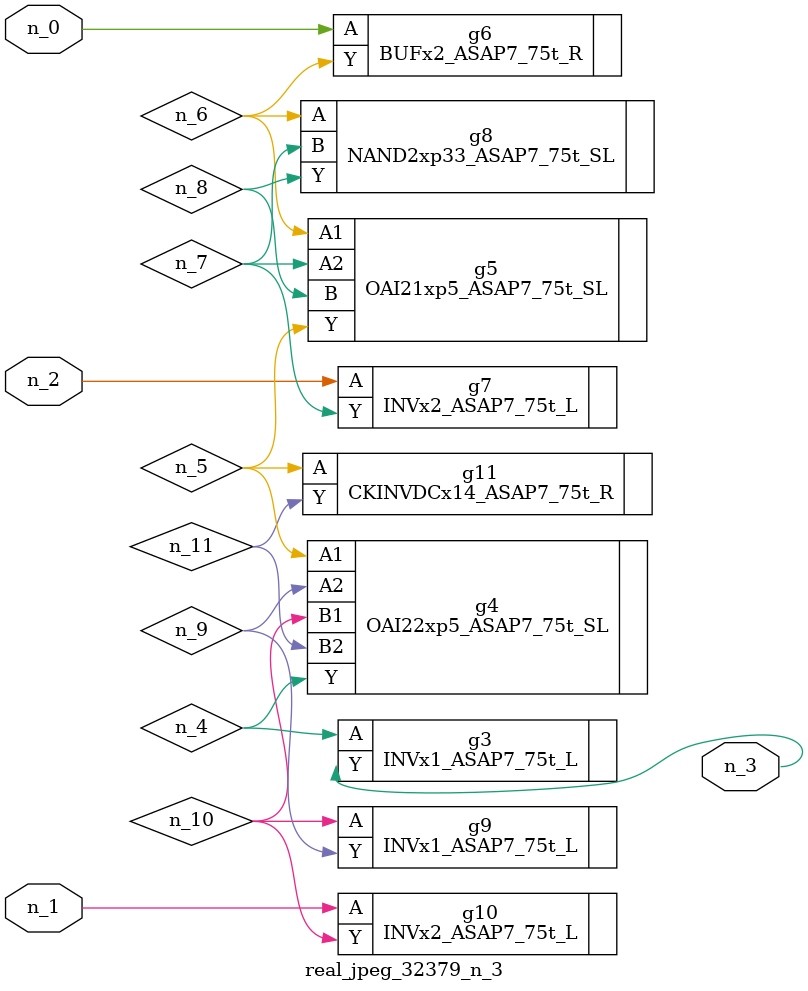
<source format=v>
module real_jpeg_32379_n_3 (n_1, n_0, n_2, n_3);

input n_1;
input n_0;
input n_2;

output n_3;

wire n_5;
wire n_4;
wire n_8;
wire n_11;
wire n_6;
wire n_7;
wire n_10;
wire n_9;

BUFx2_ASAP7_75t_R g6 ( 
.A(n_0),
.Y(n_6)
);

INVx2_ASAP7_75t_L g10 ( 
.A(n_1),
.Y(n_10)
);

INVx2_ASAP7_75t_L g7 ( 
.A(n_2),
.Y(n_7)
);

INVx1_ASAP7_75t_L g3 ( 
.A(n_4),
.Y(n_3)
);

OAI22xp5_ASAP7_75t_SL g4 ( 
.A1(n_5),
.A2(n_9),
.B1(n_10),
.B2(n_11),
.Y(n_4)
);

CKINVDCx14_ASAP7_75t_R g11 ( 
.A(n_5),
.Y(n_11)
);

OAI21xp5_ASAP7_75t_SL g5 ( 
.A1(n_6),
.A2(n_7),
.B(n_8),
.Y(n_5)
);

NAND2xp33_ASAP7_75t_SL g8 ( 
.A(n_6),
.B(n_7),
.Y(n_8)
);

INVx1_ASAP7_75t_L g9 ( 
.A(n_10),
.Y(n_9)
);


endmodule
</source>
